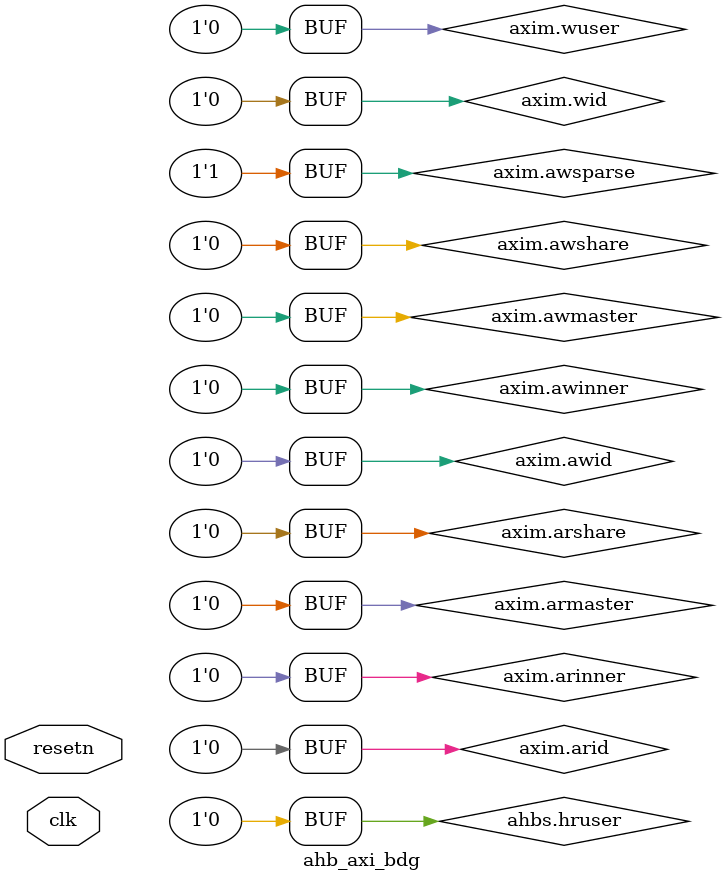
<source format=sv>


module ahb_axi_bdg #(
      parameter AW  = 32,
      parameter DW  = 32,
      parameter IDW = 8,
      parameter UW  = 8
)(
      input logic   clk,
      input logic   resetn,
      ahbif.slave   ahbs,
      axiif.master  axim
);

    assign axim.awid = '0;
    assign axim.awmaster = '0;
    assign axim.awinner = '0;
    assign axim.awshare = '0;
    assign axim.awsparse = '1;
    assign axim.awuser = ahbs.hmaster | 8'h0;

    assign axim.arid = '0;
    assign axim.armaster = '0;
    assign axim.arinner = '0;
    assign axim.arshare = '0;
    assign axim.aruser = ahbs.hmaster | 8'h0;

    assign axim.wid = '0;
    assign axim.wuser = '0;

    assign ahbs.hruser = '0;

nic400_hxb32 u(
/*output [31:0] */ .AWADDR_axim     ( axim.awaddr   ),
/*output [7:0]  */ .AWLEN_axim      ( axim.awlen    ),
/*output [2:0]  */ .AWSIZE_axim     ( axim.awsize   ),
/*output [1:0]  */ .AWBURST_axim    ( axim.awburst  ),
/*output        */ .AWLOCK_axim     ( axim.awlock   ),
/*output [3:0]  */ .AWCACHE_axim    ( axim.awcache  ),
/*output [2:0]  */ .AWPROT_axim     ( axim.awprot   ),
/*output        */ .AWVALID_axim    ( axim.awvalid  ),
/*input         */ .AWREADY_axim    ( axim.awready  ),
/*output [31:0] */ .WDATA_axim      ( axim.wdata    ),
/*output [3:0]  */ .WSTRB_axim      ( axim.wstrb    ),
/*output        */ .WLAST_axim      ( axim.wlast    ),
/*output        */ .WVALID_axim     ( axim.wvalid   ),
/*input         */ .WREADY_axim     ( axim.wready   ),
/*input  [1:0]  */ .BRESP_axim      ( axim.bresp    ),
/*input         */ .BVALID_axim     ( axim.bvalid   ),
/*output        */ .BREADY_axim     ( axim.bready   ),
/*output [31:0] */ .ARADDR_axim     ( axim.araddr   ),
/*output [7:0]  */ .ARLEN_axim      ( axim.arlen    ),
/*output [2:0]  */ .ARSIZE_axim     ( axim.arsize   ),
/*output [1:0]  */ .ARBURST_axim    ( axim.arburst  ),
/*output        */ .ARLOCK_axim     ( axim.arlock   ),
/*output [3:0]  */ .ARCACHE_axim    ( axim.arcache  ),
/*output [2:0]  */ .ARPROT_axim     ( axim.arprot   ),
/*output        */ .ARVALID_axim    ( axim.arvalid  ),
/*input         */ .ARREADY_axim    ( axim.arready  ),
/*input  [31:0] */ .RDATA_axim      ( axim.rdata    ),
/*input  [1:0]  */ .RRESP_axim      ( axim.rresp    ),
/*input         */ .RLAST_axim      ( axim.rlast    ),
/*input         */ .RVALID_axim     ( axim.rvalid   ),
/*output        */ .RREADY_axim     ( axim.rready   ),
/*input  [31:0] */ .HADDR_ahbs      ( ahbs.haddr    ),
/*input  [1:0]  */ .HTRANS_ahbs     ( ahbs.htrans   ),
/*input         */ .HWRITE_ahbs     ( ahbs.hwrite   ),
/*input  [2:0]  */ .HSIZE_ahbs      ( ahbs.hsize    ),
/*input  [2:0]  */ .HBURST_ahbs     ( ahbs.hburst   ),
/*input  [3:0]  */ .HPROT_ahbs      ( ahbs.hprot    ),
/*input  [31:0] */ .HWDATA_ahbs     ( ahbs.hwdata   ),
/*input         */ .HSELx_ahbs      ( ahbs.hsel     ),
/*output [31:0] */ .HRDATA_ahbs     ( ahbs.hrdata   ),
/*input         */ .HREADY_ahbs     ( ahbs.hreadym & ahbs.hready  ),
/*output        */ .HREADYOUT_ahbs  ( ahbs.hready   ),
/*output        */ .HRESP_ahbs      ( ahbs.hresp    ),
/*input         */ .clk0clk         (clk),
/*input         */ .clk0resetn      (resetn)
);


endmodule : ahb_axi_bdg

module tb_ahbaxi_bdg_intf();
  bit clk, resetn;
  axiif #(.DW(32)) axim();
  ahbif ahbs();

  ahb_axi_bdg u1(
    .clk,
    .resetn,
    .ahbs,
    .axim
  );

endmodule



</source>
